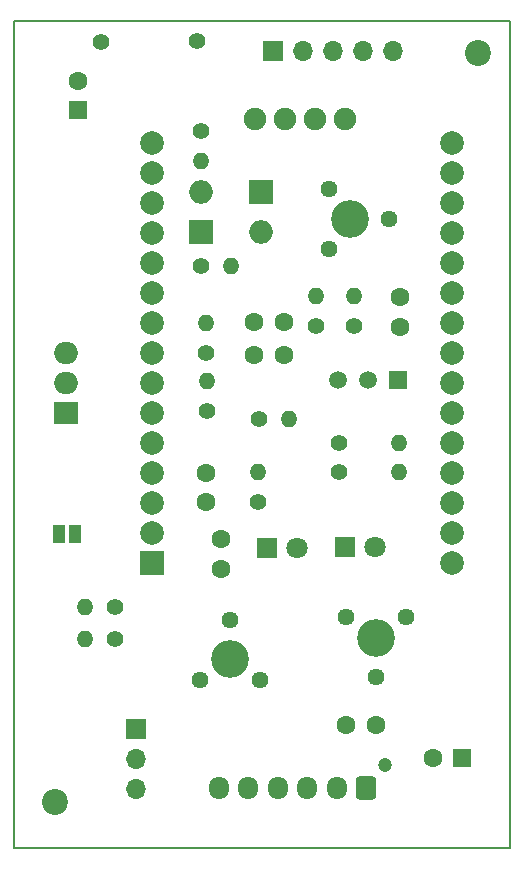
<source format=gbr>
%TF.GenerationSoftware,KiCad,Pcbnew,(6.0.9)*%
%TF.CreationDate,2023-02-20T20:31:07+03:00*%
%TF.ProjectId,ESP32_APRS,45535033-325f-4415-9052-532e6b696361,rev?*%
%TF.SameCoordinates,Original*%
%TF.FileFunction,Soldermask,Bot*%
%TF.FilePolarity,Negative*%
%FSLAX46Y46*%
G04 Gerber Fmt 4.6, Leading zero omitted, Abs format (unit mm)*
G04 Created by KiCad (PCBNEW (6.0.9)) date 2023-02-20 20:31:07*
%MOMM*%
%LPD*%
G01*
G04 APERTURE LIST*
G04 Aperture macros list*
%AMRoundRect*
0 Rectangle with rounded corners*
0 $1 Rounding radius*
0 $2 $3 $4 $5 $6 $7 $8 $9 X,Y pos of 4 corners*
0 Add a 4 corners polygon primitive as box body*
4,1,4,$2,$3,$4,$5,$6,$7,$8,$9,$2,$3,0*
0 Add four circle primitives for the rounded corners*
1,1,$1+$1,$2,$3*
1,1,$1+$1,$4,$5*
1,1,$1+$1,$6,$7*
1,1,$1+$1,$8,$9*
0 Add four rect primitives between the rounded corners*
20,1,$1+$1,$2,$3,$4,$5,0*
20,1,$1+$1,$4,$5,$6,$7,0*
20,1,$1+$1,$6,$7,$8,$9,0*
20,1,$1+$1,$8,$9,$2,$3,0*%
G04 Aperture macros list end*
%TA.AperFunction,Profile*%
%ADD10C,0.200000*%
%TD*%
%ADD11R,2.000000X2.000000*%
%ADD12O,2.000000X2.000000*%
%ADD13C,1.400000*%
%ADD14O,1.400000X1.400000*%
%ADD15C,1.600000*%
%ADD16R,1.600000X1.600000*%
%ADD17C,3.200000*%
%ADD18R,1.700000X1.700000*%
%ADD19O,1.700000X1.700000*%
%ADD20C,2.000000*%
%ADD21C,2.200000*%
%ADD22R,1.500000X1.500000*%
%ADD23C,1.500000*%
%ADD24C,1.200000*%
%ADD25RoundRect,0.250000X0.600000X0.725000X-0.600000X0.725000X-0.600000X-0.725000X0.600000X-0.725000X0*%
%ADD26O,1.700000X1.950000*%
%ADD27R,2.000000X1.905000*%
%ADD28O,2.000000X1.905000*%
%ADD29C,1.440000*%
%ADD30R,1.800000X1.800000*%
%ADD31C,1.800000*%
%ADD32C,1.905000*%
%ADD33R,1.000000X1.500000*%
G04 APERTURE END LIST*
D10*
X120000000Y-125000000D02*
X120000000Y-55000000D01*
X120000000Y-55000000D02*
X162000000Y-55000000D01*
X120000000Y-125000000D02*
X162000000Y-125000000D01*
X162052000Y-55000000D02*
X162000000Y-125000000D01*
D11*
%TO.C,D1*%
X140910000Y-69480000D03*
D12*
X135830000Y-69480000D03*
%TD*%
D13*
%TO.C,R4*%
X135850000Y-75690000D03*
D14*
X138390000Y-75690000D03*
%TD*%
D15*
%TO.C,C3*%
X140370000Y-80420000D03*
X142870000Y-80420000D03*
%TD*%
D13*
%TO.C,R10*%
X136330000Y-88030000D03*
D14*
X136330000Y-85490000D03*
%TD*%
D16*
%TO.C,C6*%
X157990000Y-117384888D03*
D15*
X155490000Y-117384888D03*
%TD*%
D17*
%TO.C,REF\u002A\u002A*%
X150670000Y-107210000D03*
%TD*%
D13*
%TO.C,R1*%
X128580000Y-107280000D03*
D14*
X126040000Y-107280000D03*
%TD*%
D13*
%TO.C,RX2*%
X147550000Y-90720000D03*
D14*
X152630000Y-90720000D03*
%TD*%
D17*
%TO.C,REF\u002A\u002A*%
X148460000Y-71750000D03*
%TD*%
D16*
%TO.C,C8*%
X125420000Y-62540000D03*
D15*
X125420000Y-60040000D03*
%TD*%
D18*
%TO.C,J1*%
X130340000Y-114890000D03*
D19*
X130340000Y-117430000D03*
X130340000Y-119970000D03*
%TD*%
D13*
%TO.C,R6*%
X136320000Y-83090000D03*
D14*
X136320000Y-80550000D03*
%TD*%
D17*
%TO.C,REF\u002A\u002A*%
X138280000Y-109000000D03*
%TD*%
D13*
%TO.C,REF\u002A\u002A*%
X127390000Y-56790000D03*
%TD*%
D15*
%TO.C,C1*%
X148170000Y-114560000D03*
X150670000Y-114560000D03*
%TD*%
%TO.C,C4*%
X136290000Y-95710000D03*
X136290000Y-93210000D03*
%TD*%
D13*
%TO.C,R8*%
X140650000Y-95720000D03*
D14*
X140650000Y-93180000D03*
%TD*%
D15*
%TO.C,C7*%
X152670000Y-78380000D03*
X152670000Y-80880000D03*
%TD*%
D13*
%TO.C,R5*%
X128580000Y-104610000D03*
D14*
X126040000Y-104610000D03*
%TD*%
D13*
%TO.C,R7*%
X148830000Y-80800000D03*
D14*
X148830000Y-78260000D03*
%TD*%
D13*
%TO.C,TX2*%
X147550000Y-93140000D03*
D14*
X152630000Y-93140000D03*
%TD*%
D11*
%TO.C,U2*%
X131687300Y-100859000D03*
D20*
X131687300Y-98319000D03*
X131687300Y-95779000D03*
X131687300Y-93239000D03*
X131687300Y-90699000D03*
X131687300Y-88159000D03*
X131687300Y-85619000D03*
X131687300Y-83079000D03*
X131687300Y-80539000D03*
X131687300Y-77999000D03*
X131687300Y-75459000D03*
X131687300Y-72919000D03*
X131687300Y-70379000D03*
X131687300Y-67839000D03*
X131687300Y-65299000D03*
X157087300Y-65299000D03*
X157087300Y-67839000D03*
X157087300Y-70379000D03*
X157087300Y-72919000D03*
X157087300Y-75459000D03*
X157087300Y-77999000D03*
X157087300Y-80539000D03*
X157087300Y-83079000D03*
X157087300Y-85619000D03*
X157087300Y-88159000D03*
X157087300Y-90699000D03*
X157087300Y-93239000D03*
X157087300Y-95779000D03*
X157087300Y-98319000D03*
X157087300Y-100859000D03*
%TD*%
D13*
%TO.C,R9*%
X145590000Y-80760000D03*
D14*
X145590000Y-78220000D03*
%TD*%
D15*
%TO.C,C2*%
X137550000Y-101350000D03*
X137550000Y-98850000D03*
%TD*%
D21*
%TO.C,REF\u002A\u002A*%
X123490000Y-121080000D03*
%TD*%
D18*
%TO.C,Brd3*%
X141995000Y-57530000D03*
D19*
X144535000Y-57530000D03*
X147075000Y-57530000D03*
X149615000Y-57530000D03*
X152155000Y-57530000D03*
%TD*%
D22*
%TO.C,Q1*%
X152530000Y-85380000D03*
D23*
X149990000Y-85380000D03*
X147450000Y-85380000D03*
%TD*%
D13*
%TO.C,*%
X135530000Y-56660000D03*
%TD*%
D11*
%TO.C,D2*%
X135820000Y-72810000D03*
D12*
X140900000Y-72810000D03*
%TD*%
D24*
%TO.C,Brd1*%
X151450000Y-117935000D03*
D25*
X149850000Y-119935000D03*
D26*
X147350000Y-119935000D03*
X144850000Y-119935000D03*
X142350000Y-119935000D03*
X139850000Y-119935000D03*
X137350000Y-119935000D03*
%TD*%
D15*
%TO.C,C5*%
X142870000Y-83290000D03*
X140370000Y-83290000D03*
%TD*%
D13*
%TO.C,R2*%
X140750000Y-88640000D03*
D14*
X143290000Y-88640000D03*
%TD*%
D13*
%TO.C,R3*%
X135840000Y-64320000D03*
D14*
X135840000Y-66860000D03*
%TD*%
D21*
%TO.C,REF\u002A\u002A*%
X159340000Y-57700000D03*
%TD*%
D27*
%TO.C,U1*%
X124389000Y-88138000D03*
D28*
X124389000Y-85598000D03*
X124389000Y-83058000D03*
%TD*%
D29*
%TO.C,RV2*%
X153210000Y-105420000D03*
X150670000Y-110500000D03*
X148130000Y-105420000D03*
%TD*%
D30*
%TO.C,TX1*%
X141435000Y-99570000D03*
D31*
X143975000Y-99570000D03*
%TD*%
D29*
%TO.C,RV1*%
X135740000Y-110770000D03*
X138280000Y-105690000D03*
X140820000Y-110770000D03*
%TD*%
%TO.C,RV3*%
X146690000Y-69210000D03*
X151770000Y-71750000D03*
X146690000Y-74290000D03*
%TD*%
D32*
%TO.C,Brd2*%
X148082000Y-63246000D03*
X145542000Y-63246000D03*
X143002000Y-63246000D03*
X140462000Y-63246000D03*
%TD*%
D30*
%TO.C,RX1*%
X148080000Y-99510000D03*
D31*
X150620000Y-99510000D03*
%TD*%
D33*
%TO.C,JP1*%
X123880000Y-98430000D03*
X125180000Y-98430000D03*
%TD*%
M02*

</source>
